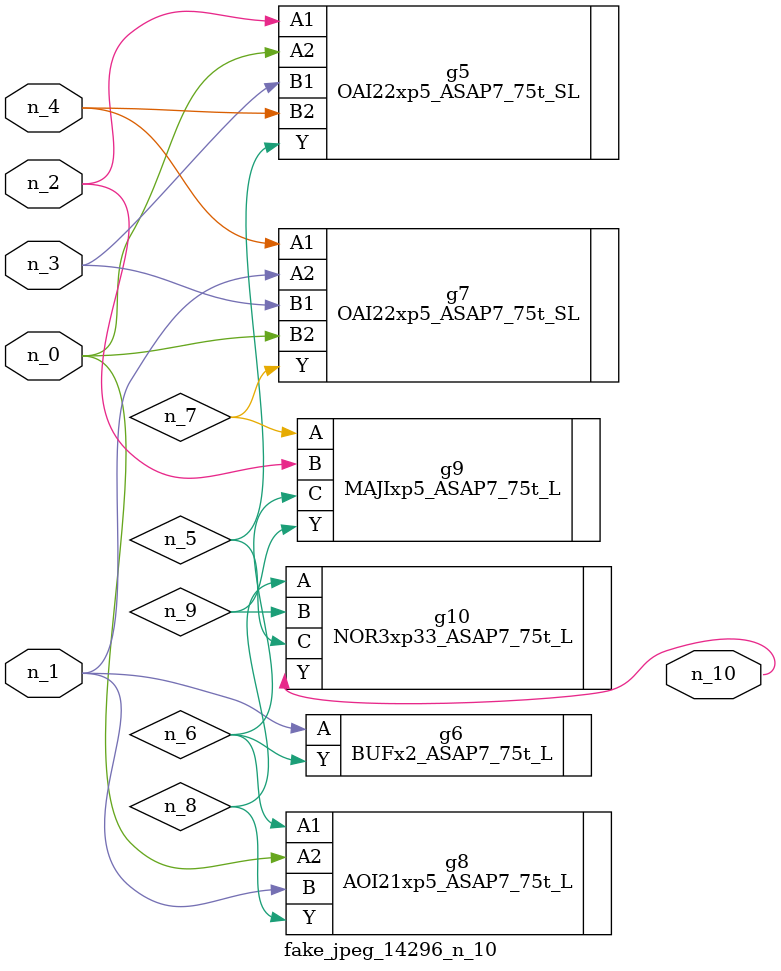
<source format=v>
module fake_jpeg_14296_n_10 (n_3, n_2, n_1, n_0, n_4, n_10);

input n_3;
input n_2;
input n_1;
input n_0;
input n_4;

output n_10;

wire n_8;
wire n_9;
wire n_6;
wire n_5;
wire n_7;

OAI22xp5_ASAP7_75t_SL g5 ( 
.A1(n_2),
.A2(n_0),
.B1(n_3),
.B2(n_4),
.Y(n_5)
);

BUFx2_ASAP7_75t_L g6 ( 
.A(n_1),
.Y(n_6)
);

OAI22xp5_ASAP7_75t_SL g7 ( 
.A1(n_4),
.A2(n_1),
.B1(n_3),
.B2(n_0),
.Y(n_7)
);

AOI21xp5_ASAP7_75t_L g8 ( 
.A1(n_6),
.A2(n_0),
.B(n_1),
.Y(n_8)
);

NOR3xp33_ASAP7_75t_L g10 ( 
.A(n_8),
.B(n_9),
.C(n_5),
.Y(n_10)
);

MAJIxp5_ASAP7_75t_L g9 ( 
.A(n_7),
.B(n_2),
.C(n_6),
.Y(n_9)
);


endmodule
</source>
